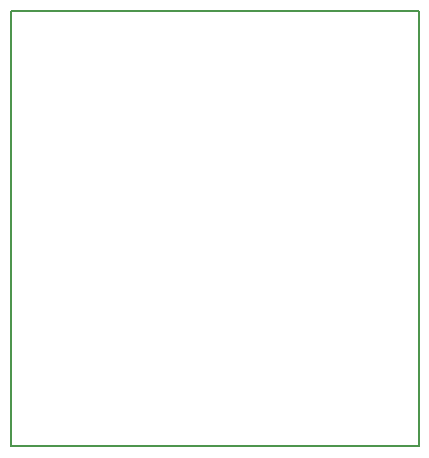
<source format=gbr>
G04 #@! TF.GenerationSoftware,KiCad,Pcbnew,(5.0.0)*
G04 #@! TF.CreationDate,2018-09-19T20:05:00-03:00*
G04 #@! TF.ProjectId,Generic_Bluetooth_Board,47656E657269635F426C7565746F6F74,rev?*
G04 #@! TF.SameCoordinates,Original*
G04 #@! TF.FileFunction,Profile,NP*
%FSLAX46Y46*%
G04 Gerber Fmt 4.6, Leading zero omitted, Abs format (unit mm)*
G04 Created by KiCad (PCBNEW (5.0.0)) date 09/19/18 20:05:00*
%MOMM*%
%LPD*%
G01*
G04 APERTURE LIST*
%ADD10C,0.150000*%
G04 APERTURE END LIST*
D10*
X132651498Y-112776000D02*
X167132000Y-112776000D01*
X132651500Y-75946000D02*
X132638800Y-112776000D01*
X167132000Y-75946000D02*
X132651500Y-75946000D01*
X167132000Y-112776000D02*
X167132000Y-75946000D01*
M02*

</source>
